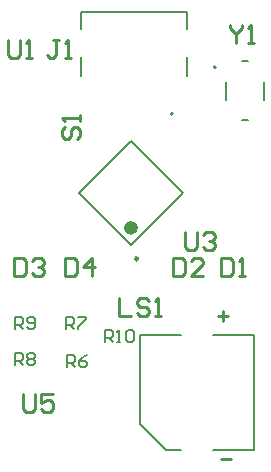
<source format=gbr>
%TF.GenerationSoftware,Altium Limited,Altium Designer,24.7.2 (38)*%
G04 Layer_Color=65535*
%FSLAX45Y45*%
%MOMM*%
%TF.SameCoordinates,C77648C0-80D8-424D-8617-BB5A92A82554*%
%TF.FilePolarity,Positive*%
%TF.FileFunction,Legend,Top*%
%TF.Part,Single*%
G01*
G75*
%TA.AperFunction,NonConductor*%
%ADD31C,0.20000*%
%ADD32C,0.25000*%
%ADD33C,0.60000*%
%ADD34C,0.12700*%
%ADD35C,0.25400*%
D31*
X2193400Y3527400D02*
G03*
X2193400Y3527400I-10000J0D01*
G01*
X1828600Y3133800D02*
G03*
X1828600Y3133800I-10000J0D01*
G01*
X1473200Y2025396D02*
X1911604Y2463800D01*
X1034796D02*
X1473200Y2902204D01*
X1034796Y2463800D02*
X1473200Y2025396D01*
Y2902204D02*
X1911604Y2463800D01*
X932694Y991416D02*
Y1091384D01*
X982677D01*
X999339Y1074723D01*
Y1041400D01*
X982677Y1024739D01*
X932694D01*
X966016D02*
X999339Y991416D01*
X1099306Y1091384D02*
X1065984Y1074723D01*
X1032661Y1041400D01*
Y1008077D01*
X1049323Y991416D01*
X1082645D01*
X1099306Y1008077D01*
Y1024739D01*
X1082645Y1041400D01*
X1032661D01*
X492760Y1005840D02*
Y1105808D01*
X542744D01*
X559405Y1089146D01*
Y1055824D01*
X542744Y1039163D01*
X492760D01*
X526083D02*
X559405Y1005840D01*
X592728Y1089146D02*
X609389Y1105808D01*
X642712D01*
X659373Y1089146D01*
Y1072485D01*
X642712Y1055824D01*
X659373Y1039163D01*
Y1022501D01*
X642712Y1005840D01*
X609389D01*
X592728Y1022501D01*
Y1039163D01*
X609389Y1055824D01*
X592728Y1072485D01*
Y1089146D01*
X609389Y1055824D02*
X642712D01*
X492760Y1310640D02*
Y1410608D01*
X542744D01*
X559405Y1393946D01*
Y1360624D01*
X542744Y1343963D01*
X492760D01*
X526083D02*
X559405Y1310640D01*
X592728Y1327301D02*
X609389Y1310640D01*
X642712D01*
X659373Y1327301D01*
Y1393946D01*
X642712Y1410608D01*
X609389D01*
X592728Y1393946D01*
Y1377285D01*
X609389Y1360624D01*
X659373D01*
X1251207Y1198880D02*
Y1298848D01*
X1301191D01*
X1317852Y1282186D01*
Y1248864D01*
X1301191Y1232203D01*
X1251207D01*
X1284529D02*
X1317852Y1198880D01*
X1351175D02*
X1384497D01*
X1367836D01*
Y1298848D01*
X1351175Y1282186D01*
X1434481D02*
X1451142Y1298848D01*
X1484465D01*
X1501126Y1282186D01*
Y1215541D01*
X1484465Y1198880D01*
X1451142D01*
X1434481Y1215541D01*
Y1282186D01*
X924560Y1310640D02*
Y1410608D01*
X974544D01*
X991205Y1393946D01*
Y1360624D01*
X974544Y1343963D01*
X924560D01*
X957883D02*
X991205Y1310640D01*
X1024528Y1410608D02*
X1091173D01*
Y1393946D01*
X1024528Y1327301D01*
Y1310640D01*
D32*
X1531662Y1905186D02*
G03*
X1531662Y1905186I-12500J0D01*
G01*
D33*
X1503200Y2166815D02*
G03*
X1503200Y2166815I-30000J0D01*
G01*
D34*
X2410399Y3577402D02*
X2466401D01*
X2410399Y3077403D02*
X2466401D01*
X2598400Y3249402D02*
Y3405398D01*
X2278400Y3249402D02*
Y3405398D01*
X1547002Y1259398D02*
X1896999D01*
X1547002Y509402D02*
Y1259398D01*
Y509402D02*
X1767002Y289403D01*
X1896999D01*
X2167001D02*
X2516998D01*
Y1259398D01*
X2166000D02*
X2516998D01*
X1051601Y3448802D02*
Y3616803D01*
Y3850803D02*
Y3993799D01*
X1945599Y3448802D02*
Y3616803D01*
Y3850803D02*
Y3993799D01*
X1051601D02*
X1945599D01*
D35*
X485140Y1915111D02*
Y1762760D01*
X561315D01*
X586707Y1788152D01*
Y1889719D01*
X561315Y1915111D01*
X485140D01*
X637491Y1889719D02*
X662883Y1915111D01*
X713666D01*
X739058Y1889719D01*
Y1864327D01*
X713666Y1838935D01*
X688274D01*
X713666D01*
X739058Y1813543D01*
Y1788152D01*
X713666Y1762760D01*
X662883D01*
X637491Y1788152D01*
X2311433Y3886175D02*
Y3860783D01*
X2362217Y3810000D01*
X2413000Y3860783D01*
Y3886175D01*
X2362217Y3810000D02*
Y3733825D01*
X2463784D02*
X2514567D01*
X2489176D01*
Y3886175D01*
X2463784Y3860783D01*
X914417Y3022600D02*
X889025Y2997208D01*
Y2946425D01*
X914417Y2921033D01*
X939808D01*
X965200Y2946425D01*
Y2997208D01*
X990592Y3022600D01*
X1015983D01*
X1041375Y2997208D01*
Y2946425D01*
X1015983Y2921033D01*
X1041375Y3073384D02*
Y3124167D01*
Y3098776D01*
X889025D01*
X914417Y3073384D01*
X1831340Y1915111D02*
Y1762760D01*
X1907515D01*
X1932907Y1788152D01*
Y1889719D01*
X1907515Y1915111D01*
X1831340D01*
X2085258Y1762760D02*
X1983691D01*
X2085258Y1864327D01*
Y1889719D01*
X2059866Y1915111D01*
X2009083D01*
X1983691Y1889719D01*
X2237740Y1915111D02*
Y1762760D01*
X2313915D01*
X2339307Y1788152D01*
Y1889719D01*
X2313915Y1915111D01*
X2237740D01*
X2390091Y1762760D02*
X2440874D01*
X2415483D01*
Y1915111D01*
X2390091Y1889719D01*
X916940Y1915111D02*
Y1762760D01*
X993115D01*
X1018507Y1788152D01*
Y1889719D01*
X993115Y1915111D01*
X916940D01*
X1145466Y1762760D02*
Y1915111D01*
X1069291Y1838935D01*
X1170858D01*
X1371658Y1574775D02*
Y1422425D01*
X1473225D01*
X1625576Y1549383D02*
X1600184Y1574775D01*
X1549400D01*
X1524008Y1549383D01*
Y1523992D01*
X1549400Y1498600D01*
X1600184D01*
X1625576Y1473208D01*
Y1447817D01*
X1600184Y1422425D01*
X1549400D01*
X1524008Y1447817D01*
X1676359Y1422425D02*
X1727143D01*
X1701751D01*
Y1574775D01*
X1676359Y1549383D01*
X2212000Y1417880D02*
X2296639D01*
X2254320Y1460199D02*
Y1375560D01*
X2232000Y207879D02*
X2316640D01*
X1930441Y2133575D02*
Y2006617D01*
X1955833Y1981225D01*
X2006617D01*
X2032008Y2006617D01*
Y2133575D01*
X2082792Y2108183D02*
X2108184Y2133575D01*
X2158967D01*
X2184359Y2108183D01*
Y2082792D01*
X2158967Y2057400D01*
X2133575D01*
X2158967D01*
X2184359Y2032008D01*
Y2006617D01*
X2158967Y1981225D01*
X2108184D01*
X2082792Y2006617D01*
X863600Y3759175D02*
X812817D01*
X838208D01*
Y3632217D01*
X812817Y3606825D01*
X787425D01*
X762033Y3632217D01*
X914384Y3606825D02*
X965167D01*
X939776D01*
Y3759175D01*
X914384Y3733783D01*
X431833Y3759175D02*
Y3632217D01*
X457225Y3606825D01*
X508008D01*
X533400Y3632217D01*
Y3759175D01*
X584184Y3606825D02*
X634967D01*
X609576D01*
Y3759175D01*
X584184Y3733783D01*
X558841Y761975D02*
Y635017D01*
X584233Y609625D01*
X635017D01*
X660408Y635017D01*
Y761975D01*
X812759D02*
X711192D01*
Y685800D01*
X761975Y711192D01*
X787367D01*
X812759Y685800D01*
Y635017D01*
X787367Y609625D01*
X736584D01*
X711192Y635017D01*
%TF.MD5,e342df7abcd0b2ec7c599e7c5eee9883*%
M02*

</source>
